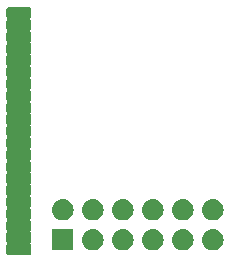
<source format=gbr>
G04 #@! TF.GenerationSoftware,KiCad,Pcbnew,5.1.2+dfsg1-1*
G04 #@! TF.CreationDate,2019-07-11T20:13:02+09:00*
G04 #@! TF.ProjectId,slice_sdusbios,736c6963-655f-4736-9475-7362696f732e,rev?*
G04 #@! TF.SameCoordinates,Original*
G04 #@! TF.FileFunction,Soldermask,Bot*
G04 #@! TF.FilePolarity,Negative*
%FSLAX46Y46*%
G04 Gerber Fmt 4.6, Leading zero omitted, Abs format (unit mm)*
G04 Created by KiCad (PCBNEW 5.1.2+dfsg1-1) date 2019-07-11 20:13:02*
%MOMM*%
%LPD*%
G04 APERTURE LIST*
%ADD10C,0.150000*%
G04 APERTURE END LIST*
D10*
G36*
X145579618Y-84027965D02*
G01*
X145612433Y-84037919D01*
X145642665Y-84054079D01*
X145669170Y-84075830D01*
X145690921Y-84102335D01*
X145707081Y-84132567D01*
X145717035Y-84165382D01*
X145721000Y-84205640D01*
X145721000Y-84794360D01*
X145717035Y-84834618D01*
X145707081Y-84867433D01*
X145690921Y-84897665D01*
X145672016Y-84920701D01*
X145658402Y-84941075D01*
X145649025Y-84963714D01*
X145644244Y-84987747D01*
X145644244Y-85012251D01*
X145649024Y-85036285D01*
X145658401Y-85058924D01*
X145672016Y-85079299D01*
X145690921Y-85102335D01*
X145707081Y-85132567D01*
X145717035Y-85165382D01*
X145721000Y-85205640D01*
X145721000Y-85794360D01*
X145717035Y-85834618D01*
X145707081Y-85867433D01*
X145690921Y-85897665D01*
X145672016Y-85920701D01*
X145658402Y-85941075D01*
X145649025Y-85963714D01*
X145644244Y-85987747D01*
X145644244Y-86012251D01*
X145649024Y-86036285D01*
X145658401Y-86058924D01*
X145672016Y-86079299D01*
X145690921Y-86102335D01*
X145707081Y-86132567D01*
X145717035Y-86165382D01*
X145721000Y-86205640D01*
X145721000Y-86794360D01*
X145717035Y-86834618D01*
X145707081Y-86867433D01*
X145690921Y-86897665D01*
X145672016Y-86920701D01*
X145658402Y-86941075D01*
X145649025Y-86963714D01*
X145644244Y-86987747D01*
X145644244Y-87012251D01*
X145649024Y-87036285D01*
X145658401Y-87058924D01*
X145672016Y-87079299D01*
X145690921Y-87102335D01*
X145707081Y-87132567D01*
X145717035Y-87165382D01*
X145721000Y-87205640D01*
X145721000Y-87794360D01*
X145717035Y-87834618D01*
X145707081Y-87867433D01*
X145690921Y-87897665D01*
X145672016Y-87920701D01*
X145658402Y-87941075D01*
X145649025Y-87963714D01*
X145644244Y-87987747D01*
X145644244Y-88012251D01*
X145649024Y-88036285D01*
X145658401Y-88058924D01*
X145672016Y-88079299D01*
X145690921Y-88102335D01*
X145707081Y-88132567D01*
X145717035Y-88165382D01*
X145721000Y-88205640D01*
X145721000Y-88794360D01*
X145717035Y-88834618D01*
X145707081Y-88867433D01*
X145690921Y-88897665D01*
X145672016Y-88920701D01*
X145658402Y-88941075D01*
X145649025Y-88963714D01*
X145644244Y-88987747D01*
X145644244Y-89012251D01*
X145649024Y-89036285D01*
X145658401Y-89058924D01*
X145672016Y-89079299D01*
X145690921Y-89102335D01*
X145707081Y-89132567D01*
X145717035Y-89165382D01*
X145721000Y-89205640D01*
X145721000Y-89794360D01*
X145717035Y-89834618D01*
X145707081Y-89867433D01*
X145690921Y-89897665D01*
X145672016Y-89920701D01*
X145658402Y-89941075D01*
X145649025Y-89963714D01*
X145644244Y-89987747D01*
X145644244Y-90012251D01*
X145649024Y-90036285D01*
X145658401Y-90058924D01*
X145672016Y-90079299D01*
X145690921Y-90102335D01*
X145707081Y-90132567D01*
X145717035Y-90165382D01*
X145721000Y-90205640D01*
X145721000Y-90794360D01*
X145717035Y-90834618D01*
X145707081Y-90867433D01*
X145690921Y-90897665D01*
X145672016Y-90920701D01*
X145658402Y-90941075D01*
X145649025Y-90963714D01*
X145644244Y-90987747D01*
X145644244Y-91012251D01*
X145649024Y-91036285D01*
X145658401Y-91058924D01*
X145672016Y-91079299D01*
X145690921Y-91102335D01*
X145707081Y-91132567D01*
X145717035Y-91165382D01*
X145721000Y-91205640D01*
X145721000Y-91794360D01*
X145717035Y-91834618D01*
X145707081Y-91867433D01*
X145690921Y-91897665D01*
X145672016Y-91920701D01*
X145658402Y-91941075D01*
X145649025Y-91963714D01*
X145644244Y-91987747D01*
X145644244Y-92012251D01*
X145649024Y-92036285D01*
X145658401Y-92058924D01*
X145672016Y-92079299D01*
X145690921Y-92102335D01*
X145707081Y-92132567D01*
X145717035Y-92165382D01*
X145721000Y-92205640D01*
X145721000Y-92794360D01*
X145717035Y-92834618D01*
X145707081Y-92867433D01*
X145690921Y-92897665D01*
X145672016Y-92920701D01*
X145658402Y-92941075D01*
X145649025Y-92963714D01*
X145644244Y-92987747D01*
X145644244Y-93012251D01*
X145649024Y-93036285D01*
X145658401Y-93058924D01*
X145672016Y-93079299D01*
X145690921Y-93102335D01*
X145707081Y-93132567D01*
X145717035Y-93165382D01*
X145721000Y-93205640D01*
X145721000Y-93794360D01*
X145717035Y-93834618D01*
X145707081Y-93867433D01*
X145690921Y-93897665D01*
X145672016Y-93920701D01*
X145658402Y-93941075D01*
X145649025Y-93963714D01*
X145644244Y-93987747D01*
X145644244Y-94012251D01*
X145649024Y-94036285D01*
X145658401Y-94058924D01*
X145672016Y-94079299D01*
X145690921Y-94102335D01*
X145707081Y-94132567D01*
X145717035Y-94165382D01*
X145721000Y-94205640D01*
X145721000Y-94794360D01*
X145717035Y-94834618D01*
X145707081Y-94867433D01*
X145690921Y-94897665D01*
X145672016Y-94920701D01*
X145658402Y-94941075D01*
X145649025Y-94963714D01*
X145644244Y-94987747D01*
X145644244Y-95012251D01*
X145649024Y-95036285D01*
X145658401Y-95058924D01*
X145672016Y-95079299D01*
X145690921Y-95102335D01*
X145707081Y-95132567D01*
X145717035Y-95165382D01*
X145721000Y-95205640D01*
X145721000Y-95794360D01*
X145717035Y-95834618D01*
X145707081Y-95867433D01*
X145690921Y-95897665D01*
X145672016Y-95920701D01*
X145658402Y-95941075D01*
X145649025Y-95963714D01*
X145644244Y-95987747D01*
X145644244Y-96012251D01*
X145649024Y-96036285D01*
X145658401Y-96058924D01*
X145672016Y-96079299D01*
X145690921Y-96102335D01*
X145707081Y-96132567D01*
X145717035Y-96165382D01*
X145721000Y-96205640D01*
X145721000Y-96794360D01*
X145717035Y-96834618D01*
X145707081Y-96867433D01*
X145690921Y-96897665D01*
X145672016Y-96920701D01*
X145658402Y-96941075D01*
X145649025Y-96963714D01*
X145644244Y-96987747D01*
X145644244Y-97012251D01*
X145649024Y-97036285D01*
X145658401Y-97058924D01*
X145672016Y-97079299D01*
X145690921Y-97102335D01*
X145707081Y-97132567D01*
X145717035Y-97165382D01*
X145721000Y-97205640D01*
X145721000Y-97794360D01*
X145717035Y-97834618D01*
X145707081Y-97867433D01*
X145690921Y-97897665D01*
X145672016Y-97920701D01*
X145658402Y-97941075D01*
X145649025Y-97963714D01*
X145644244Y-97987747D01*
X145644244Y-98012251D01*
X145649024Y-98036285D01*
X145658401Y-98058924D01*
X145672016Y-98079299D01*
X145690921Y-98102335D01*
X145707081Y-98132567D01*
X145717035Y-98165382D01*
X145721000Y-98205640D01*
X145721000Y-98794360D01*
X145717035Y-98834618D01*
X145707081Y-98867433D01*
X145690921Y-98897665D01*
X145672016Y-98920701D01*
X145658402Y-98941075D01*
X145649025Y-98963714D01*
X145644244Y-98987747D01*
X145644244Y-99012251D01*
X145649024Y-99036285D01*
X145658401Y-99058924D01*
X145672016Y-99079299D01*
X145690921Y-99102335D01*
X145707081Y-99132567D01*
X145717035Y-99165382D01*
X145721000Y-99205640D01*
X145721000Y-99794360D01*
X145717035Y-99834618D01*
X145707081Y-99867433D01*
X145690921Y-99897665D01*
X145672016Y-99920701D01*
X145658402Y-99941075D01*
X145649025Y-99963714D01*
X145644244Y-99987747D01*
X145644244Y-100012251D01*
X145649024Y-100036285D01*
X145658401Y-100058924D01*
X145672016Y-100079299D01*
X145690921Y-100102335D01*
X145707081Y-100132567D01*
X145717035Y-100165382D01*
X145721000Y-100205640D01*
X145721000Y-100794360D01*
X145717035Y-100834618D01*
X145707081Y-100867433D01*
X145690921Y-100897665D01*
X145672016Y-100920701D01*
X145658402Y-100941075D01*
X145649025Y-100963714D01*
X145644244Y-100987747D01*
X145644244Y-101012251D01*
X145649024Y-101036285D01*
X145658401Y-101058924D01*
X145672016Y-101079299D01*
X145690921Y-101102335D01*
X145707081Y-101132567D01*
X145717035Y-101165382D01*
X145721000Y-101205640D01*
X145721000Y-101794360D01*
X145717035Y-101834618D01*
X145707081Y-101867433D01*
X145690921Y-101897665D01*
X145672016Y-101920701D01*
X145658402Y-101941075D01*
X145649025Y-101963714D01*
X145644244Y-101987747D01*
X145644244Y-102012251D01*
X145649024Y-102036285D01*
X145658401Y-102058924D01*
X145672016Y-102079299D01*
X145690921Y-102102335D01*
X145707081Y-102132567D01*
X145717035Y-102165382D01*
X145721000Y-102205640D01*
X145721000Y-102794360D01*
X145717035Y-102834618D01*
X145707081Y-102867433D01*
X145690921Y-102897665D01*
X145672016Y-102920701D01*
X145658402Y-102941075D01*
X145649025Y-102963714D01*
X145644244Y-102987747D01*
X145644244Y-103012251D01*
X145649024Y-103036285D01*
X145658401Y-103058924D01*
X145672016Y-103079299D01*
X145690921Y-103102335D01*
X145707081Y-103132567D01*
X145717035Y-103165382D01*
X145721000Y-103205640D01*
X145721000Y-103794360D01*
X145717035Y-103834618D01*
X145707081Y-103867433D01*
X145690921Y-103897665D01*
X145672016Y-103920701D01*
X145658402Y-103941075D01*
X145649025Y-103963714D01*
X145644244Y-103987747D01*
X145644244Y-104012251D01*
X145649024Y-104036285D01*
X145658401Y-104058924D01*
X145672016Y-104079299D01*
X145690921Y-104102335D01*
X145707081Y-104132567D01*
X145717035Y-104165382D01*
X145721000Y-104205640D01*
X145721000Y-104794360D01*
X145717035Y-104834618D01*
X145707081Y-104867433D01*
X145690921Y-104897665D01*
X145669170Y-104924170D01*
X145642665Y-104945921D01*
X145612433Y-104962081D01*
X145579618Y-104972035D01*
X145539360Y-104976000D01*
X143800640Y-104976000D01*
X143760382Y-104972035D01*
X143727567Y-104962081D01*
X143697335Y-104945921D01*
X143670830Y-104924170D01*
X143649079Y-104897665D01*
X143632919Y-104867433D01*
X143622965Y-104834618D01*
X143619000Y-104794360D01*
X143619000Y-104205640D01*
X143622965Y-104165382D01*
X143632919Y-104132567D01*
X143649079Y-104102335D01*
X143667984Y-104079299D01*
X143681598Y-104058925D01*
X143690975Y-104036286D01*
X143695756Y-104012253D01*
X143695756Y-103987749D01*
X143690976Y-103963715D01*
X143681599Y-103941076D01*
X143667984Y-103920701D01*
X143649079Y-103897665D01*
X143632919Y-103867433D01*
X143622965Y-103834618D01*
X143619000Y-103794360D01*
X143619000Y-103205640D01*
X143622965Y-103165382D01*
X143632919Y-103132567D01*
X143649079Y-103102335D01*
X143667984Y-103079299D01*
X143681598Y-103058925D01*
X143690975Y-103036286D01*
X143695756Y-103012253D01*
X143695756Y-102987749D01*
X143690976Y-102963715D01*
X143681599Y-102941076D01*
X143667984Y-102920701D01*
X143649079Y-102897665D01*
X143632919Y-102867433D01*
X143622965Y-102834618D01*
X143619000Y-102794360D01*
X143619000Y-102205640D01*
X143622965Y-102165382D01*
X143632919Y-102132567D01*
X143649079Y-102102335D01*
X143667984Y-102079299D01*
X143681598Y-102058925D01*
X143690975Y-102036286D01*
X143695756Y-102012253D01*
X143695756Y-101987749D01*
X143690976Y-101963715D01*
X143681599Y-101941076D01*
X143667984Y-101920701D01*
X143649079Y-101897665D01*
X143632919Y-101867433D01*
X143622965Y-101834618D01*
X143619000Y-101794360D01*
X143619000Y-101205640D01*
X143622965Y-101165382D01*
X143632919Y-101132567D01*
X143649079Y-101102335D01*
X143667984Y-101079299D01*
X143681598Y-101058925D01*
X143690975Y-101036286D01*
X143695756Y-101012253D01*
X143695756Y-100987749D01*
X143690976Y-100963715D01*
X143681599Y-100941076D01*
X143667984Y-100920701D01*
X143649079Y-100897665D01*
X143632919Y-100867433D01*
X143622965Y-100834618D01*
X143619000Y-100794360D01*
X143619000Y-100205640D01*
X143622965Y-100165382D01*
X143632919Y-100132567D01*
X143649079Y-100102335D01*
X143667984Y-100079299D01*
X143681598Y-100058925D01*
X143690975Y-100036286D01*
X143695756Y-100012253D01*
X143695756Y-99987749D01*
X143690976Y-99963715D01*
X143681599Y-99941076D01*
X143667984Y-99920701D01*
X143649079Y-99897665D01*
X143632919Y-99867433D01*
X143622965Y-99834618D01*
X143619000Y-99794360D01*
X143619000Y-99205640D01*
X143622965Y-99165382D01*
X143632919Y-99132567D01*
X143649079Y-99102335D01*
X143667984Y-99079299D01*
X143681598Y-99058925D01*
X143690975Y-99036286D01*
X143695756Y-99012253D01*
X143695756Y-98987749D01*
X143690976Y-98963715D01*
X143681599Y-98941076D01*
X143667984Y-98920701D01*
X143649079Y-98897665D01*
X143632919Y-98867433D01*
X143622965Y-98834618D01*
X143619000Y-98794360D01*
X143619000Y-98205640D01*
X143622965Y-98165382D01*
X143632919Y-98132567D01*
X143649079Y-98102335D01*
X143667984Y-98079299D01*
X143681598Y-98058925D01*
X143690975Y-98036286D01*
X143695756Y-98012253D01*
X143695756Y-97987749D01*
X143690976Y-97963715D01*
X143681599Y-97941076D01*
X143667984Y-97920701D01*
X143649079Y-97897665D01*
X143632919Y-97867433D01*
X143622965Y-97834618D01*
X143619000Y-97794360D01*
X143619000Y-97205640D01*
X143622965Y-97165382D01*
X143632919Y-97132567D01*
X143649079Y-97102335D01*
X143667984Y-97079299D01*
X143681598Y-97058925D01*
X143690975Y-97036286D01*
X143695756Y-97012253D01*
X143695756Y-96987749D01*
X143690976Y-96963715D01*
X143681599Y-96941076D01*
X143667984Y-96920701D01*
X143649079Y-96897665D01*
X143632919Y-96867433D01*
X143622965Y-96834618D01*
X143619000Y-96794360D01*
X143619000Y-96205640D01*
X143622965Y-96165382D01*
X143632919Y-96132567D01*
X143649079Y-96102335D01*
X143667984Y-96079299D01*
X143681598Y-96058925D01*
X143690975Y-96036286D01*
X143695756Y-96012253D01*
X143695756Y-95987749D01*
X143690976Y-95963715D01*
X143681599Y-95941076D01*
X143667984Y-95920701D01*
X143649079Y-95897665D01*
X143632919Y-95867433D01*
X143622965Y-95834618D01*
X143619000Y-95794360D01*
X143619000Y-95205640D01*
X143622965Y-95165382D01*
X143632919Y-95132567D01*
X143649079Y-95102335D01*
X143667984Y-95079299D01*
X143681598Y-95058925D01*
X143690975Y-95036286D01*
X143695756Y-95012253D01*
X143695756Y-94987749D01*
X143690976Y-94963715D01*
X143681599Y-94941076D01*
X143667984Y-94920701D01*
X143649079Y-94897665D01*
X143632919Y-94867433D01*
X143622965Y-94834618D01*
X143619000Y-94794360D01*
X143619000Y-94205640D01*
X143622965Y-94165382D01*
X143632919Y-94132567D01*
X143649079Y-94102335D01*
X143667984Y-94079299D01*
X143681598Y-94058925D01*
X143690975Y-94036286D01*
X143695756Y-94012253D01*
X143695756Y-93987749D01*
X143690976Y-93963715D01*
X143681599Y-93941076D01*
X143667984Y-93920701D01*
X143649079Y-93897665D01*
X143632919Y-93867433D01*
X143622965Y-93834618D01*
X143619000Y-93794360D01*
X143619000Y-93205640D01*
X143622965Y-93165382D01*
X143632919Y-93132567D01*
X143649079Y-93102335D01*
X143667984Y-93079299D01*
X143681598Y-93058925D01*
X143690975Y-93036286D01*
X143695756Y-93012253D01*
X143695756Y-92987749D01*
X143690976Y-92963715D01*
X143681599Y-92941076D01*
X143667984Y-92920701D01*
X143649079Y-92897665D01*
X143632919Y-92867433D01*
X143622965Y-92834618D01*
X143619000Y-92794360D01*
X143619000Y-92205640D01*
X143622965Y-92165382D01*
X143632919Y-92132567D01*
X143649079Y-92102335D01*
X143667984Y-92079299D01*
X143681598Y-92058925D01*
X143690975Y-92036286D01*
X143695756Y-92012253D01*
X143695756Y-91987749D01*
X143690976Y-91963715D01*
X143681599Y-91941076D01*
X143667984Y-91920701D01*
X143649079Y-91897665D01*
X143632919Y-91867433D01*
X143622965Y-91834618D01*
X143619000Y-91794360D01*
X143619000Y-91205640D01*
X143622965Y-91165382D01*
X143632919Y-91132567D01*
X143649079Y-91102335D01*
X143667984Y-91079299D01*
X143681598Y-91058925D01*
X143690975Y-91036286D01*
X143695756Y-91012253D01*
X143695756Y-90987749D01*
X143690976Y-90963715D01*
X143681599Y-90941076D01*
X143667984Y-90920701D01*
X143649079Y-90897665D01*
X143632919Y-90867433D01*
X143622965Y-90834618D01*
X143619000Y-90794360D01*
X143619000Y-90205640D01*
X143622965Y-90165382D01*
X143632919Y-90132567D01*
X143649079Y-90102335D01*
X143667984Y-90079299D01*
X143681598Y-90058925D01*
X143690975Y-90036286D01*
X143695756Y-90012253D01*
X143695756Y-89987749D01*
X143690976Y-89963715D01*
X143681599Y-89941076D01*
X143667984Y-89920701D01*
X143649079Y-89897665D01*
X143632919Y-89867433D01*
X143622965Y-89834618D01*
X143619000Y-89794360D01*
X143619000Y-89205640D01*
X143622965Y-89165382D01*
X143632919Y-89132567D01*
X143649079Y-89102335D01*
X143667984Y-89079299D01*
X143681598Y-89058925D01*
X143690975Y-89036286D01*
X143695756Y-89012253D01*
X143695756Y-88987749D01*
X143690976Y-88963715D01*
X143681599Y-88941076D01*
X143667984Y-88920701D01*
X143649079Y-88897665D01*
X143632919Y-88867433D01*
X143622965Y-88834618D01*
X143619000Y-88794360D01*
X143619000Y-88205640D01*
X143622965Y-88165382D01*
X143632919Y-88132567D01*
X143649079Y-88102335D01*
X143667984Y-88079299D01*
X143681598Y-88058925D01*
X143690975Y-88036286D01*
X143695756Y-88012253D01*
X143695756Y-87987749D01*
X143690976Y-87963715D01*
X143681599Y-87941076D01*
X143667984Y-87920701D01*
X143649079Y-87897665D01*
X143632919Y-87867433D01*
X143622965Y-87834618D01*
X143619000Y-87794360D01*
X143619000Y-87205640D01*
X143622965Y-87165382D01*
X143632919Y-87132567D01*
X143649079Y-87102335D01*
X143667984Y-87079299D01*
X143681598Y-87058925D01*
X143690975Y-87036286D01*
X143695756Y-87012253D01*
X143695756Y-86987749D01*
X143690976Y-86963715D01*
X143681599Y-86941076D01*
X143667984Y-86920701D01*
X143649079Y-86897665D01*
X143632919Y-86867433D01*
X143622965Y-86834618D01*
X143619000Y-86794360D01*
X143619000Y-86205640D01*
X143622965Y-86165382D01*
X143632919Y-86132567D01*
X143649079Y-86102335D01*
X143667984Y-86079299D01*
X143681598Y-86058925D01*
X143690975Y-86036286D01*
X143695756Y-86012253D01*
X143695756Y-85987749D01*
X143690976Y-85963715D01*
X143681599Y-85941076D01*
X143667984Y-85920701D01*
X143649079Y-85897665D01*
X143632919Y-85867433D01*
X143622965Y-85834618D01*
X143619000Y-85794360D01*
X143619000Y-85205640D01*
X143622965Y-85165382D01*
X143632919Y-85132567D01*
X143649079Y-85102335D01*
X143667984Y-85079299D01*
X143681598Y-85058925D01*
X143690975Y-85036286D01*
X143695756Y-85012253D01*
X143695756Y-84987749D01*
X143690976Y-84963715D01*
X143681599Y-84941076D01*
X143667984Y-84920701D01*
X143649079Y-84897665D01*
X143632919Y-84867433D01*
X143622965Y-84834618D01*
X143619000Y-84794360D01*
X143619000Y-84205640D01*
X143622965Y-84165382D01*
X143632919Y-84132567D01*
X143649079Y-84102335D01*
X143670830Y-84075830D01*
X143697335Y-84054079D01*
X143727567Y-84037919D01*
X143760382Y-84027965D01*
X143800640Y-84024000D01*
X145539360Y-84024000D01*
X145579618Y-84027965D01*
X145579618Y-84027965D01*
G37*
G36*
X161210442Y-102805518D02*
G01*
X161276627Y-102812037D01*
X161446466Y-102863557D01*
X161446468Y-102863558D01*
X161458943Y-102870226D01*
X161602991Y-102947222D01*
X161632485Y-102971427D01*
X161740186Y-103059814D01*
X161823448Y-103161271D01*
X161852778Y-103197009D01*
X161936443Y-103353534D01*
X161987963Y-103523373D01*
X162005359Y-103700000D01*
X161987963Y-103876627D01*
X161939531Y-104036285D01*
X161936442Y-104046468D01*
X161927012Y-104064110D01*
X161852778Y-104202991D01*
X161842455Y-104215569D01*
X161740186Y-104340186D01*
X161638729Y-104423448D01*
X161602991Y-104452778D01*
X161446466Y-104536443D01*
X161276627Y-104587963D01*
X161210443Y-104594481D01*
X161144260Y-104601000D01*
X161055740Y-104601000D01*
X160989557Y-104594481D01*
X160923373Y-104587963D01*
X160753534Y-104536443D01*
X160597009Y-104452778D01*
X160561271Y-104423448D01*
X160459814Y-104340186D01*
X160357545Y-104215569D01*
X160347222Y-104202991D01*
X160272988Y-104064110D01*
X160263558Y-104046468D01*
X160260469Y-104036285D01*
X160212037Y-103876627D01*
X160194641Y-103700000D01*
X160212037Y-103523373D01*
X160263557Y-103353534D01*
X160347222Y-103197009D01*
X160376552Y-103161271D01*
X160459814Y-103059814D01*
X160567515Y-102971427D01*
X160597009Y-102947222D01*
X160741057Y-102870226D01*
X160753532Y-102863558D01*
X160753534Y-102863557D01*
X160923373Y-102812037D01*
X160989557Y-102805519D01*
X161055740Y-102799000D01*
X161144260Y-102799000D01*
X161210442Y-102805518D01*
X161210442Y-102805518D01*
G37*
G36*
X149301000Y-104601000D02*
G01*
X147499000Y-104601000D01*
X147499000Y-102799000D01*
X149301000Y-102799000D01*
X149301000Y-104601000D01*
X149301000Y-104601000D01*
G37*
G36*
X151050442Y-102805518D02*
G01*
X151116627Y-102812037D01*
X151286466Y-102863557D01*
X151286468Y-102863558D01*
X151298943Y-102870226D01*
X151442991Y-102947222D01*
X151472485Y-102971427D01*
X151580186Y-103059814D01*
X151663448Y-103161271D01*
X151692778Y-103197009D01*
X151776443Y-103353534D01*
X151827963Y-103523373D01*
X151845359Y-103700000D01*
X151827963Y-103876627D01*
X151779531Y-104036285D01*
X151776442Y-104046468D01*
X151767012Y-104064110D01*
X151692778Y-104202991D01*
X151682455Y-104215569D01*
X151580186Y-104340186D01*
X151478729Y-104423448D01*
X151442991Y-104452778D01*
X151286466Y-104536443D01*
X151116627Y-104587963D01*
X151050443Y-104594481D01*
X150984260Y-104601000D01*
X150895740Y-104601000D01*
X150829557Y-104594481D01*
X150763373Y-104587963D01*
X150593534Y-104536443D01*
X150437009Y-104452778D01*
X150401271Y-104423448D01*
X150299814Y-104340186D01*
X150197545Y-104215569D01*
X150187222Y-104202991D01*
X150112988Y-104064110D01*
X150103558Y-104046468D01*
X150100469Y-104036285D01*
X150052037Y-103876627D01*
X150034641Y-103700000D01*
X150052037Y-103523373D01*
X150103557Y-103353534D01*
X150187222Y-103197009D01*
X150216552Y-103161271D01*
X150299814Y-103059814D01*
X150407515Y-102971427D01*
X150437009Y-102947222D01*
X150581057Y-102870226D01*
X150593532Y-102863558D01*
X150593534Y-102863557D01*
X150763373Y-102812037D01*
X150829557Y-102805519D01*
X150895740Y-102799000D01*
X150984260Y-102799000D01*
X151050442Y-102805518D01*
X151050442Y-102805518D01*
G37*
G36*
X153590442Y-102805518D02*
G01*
X153656627Y-102812037D01*
X153826466Y-102863557D01*
X153826468Y-102863558D01*
X153838943Y-102870226D01*
X153982991Y-102947222D01*
X154012485Y-102971427D01*
X154120186Y-103059814D01*
X154203448Y-103161271D01*
X154232778Y-103197009D01*
X154316443Y-103353534D01*
X154367963Y-103523373D01*
X154385359Y-103700000D01*
X154367963Y-103876627D01*
X154319531Y-104036285D01*
X154316442Y-104046468D01*
X154307012Y-104064110D01*
X154232778Y-104202991D01*
X154222455Y-104215569D01*
X154120186Y-104340186D01*
X154018729Y-104423448D01*
X153982991Y-104452778D01*
X153826466Y-104536443D01*
X153656627Y-104587963D01*
X153590443Y-104594481D01*
X153524260Y-104601000D01*
X153435740Y-104601000D01*
X153369557Y-104594481D01*
X153303373Y-104587963D01*
X153133534Y-104536443D01*
X152977009Y-104452778D01*
X152941271Y-104423448D01*
X152839814Y-104340186D01*
X152737545Y-104215569D01*
X152727222Y-104202991D01*
X152652988Y-104064110D01*
X152643558Y-104046468D01*
X152640469Y-104036285D01*
X152592037Y-103876627D01*
X152574641Y-103700000D01*
X152592037Y-103523373D01*
X152643557Y-103353534D01*
X152727222Y-103197009D01*
X152756552Y-103161271D01*
X152839814Y-103059814D01*
X152947515Y-102971427D01*
X152977009Y-102947222D01*
X153121057Y-102870226D01*
X153133532Y-102863558D01*
X153133534Y-102863557D01*
X153303373Y-102812037D01*
X153369557Y-102805519D01*
X153435740Y-102799000D01*
X153524260Y-102799000D01*
X153590442Y-102805518D01*
X153590442Y-102805518D01*
G37*
G36*
X156130442Y-102805518D02*
G01*
X156196627Y-102812037D01*
X156366466Y-102863557D01*
X156366468Y-102863558D01*
X156378943Y-102870226D01*
X156522991Y-102947222D01*
X156552485Y-102971427D01*
X156660186Y-103059814D01*
X156743448Y-103161271D01*
X156772778Y-103197009D01*
X156856443Y-103353534D01*
X156907963Y-103523373D01*
X156925359Y-103700000D01*
X156907963Y-103876627D01*
X156859531Y-104036285D01*
X156856442Y-104046468D01*
X156847012Y-104064110D01*
X156772778Y-104202991D01*
X156762455Y-104215569D01*
X156660186Y-104340186D01*
X156558729Y-104423448D01*
X156522991Y-104452778D01*
X156366466Y-104536443D01*
X156196627Y-104587963D01*
X156130443Y-104594481D01*
X156064260Y-104601000D01*
X155975740Y-104601000D01*
X155909557Y-104594481D01*
X155843373Y-104587963D01*
X155673534Y-104536443D01*
X155517009Y-104452778D01*
X155481271Y-104423448D01*
X155379814Y-104340186D01*
X155277545Y-104215569D01*
X155267222Y-104202991D01*
X155192988Y-104064110D01*
X155183558Y-104046468D01*
X155180469Y-104036285D01*
X155132037Y-103876627D01*
X155114641Y-103700000D01*
X155132037Y-103523373D01*
X155183557Y-103353534D01*
X155267222Y-103197009D01*
X155296552Y-103161271D01*
X155379814Y-103059814D01*
X155487515Y-102971427D01*
X155517009Y-102947222D01*
X155661057Y-102870226D01*
X155673532Y-102863558D01*
X155673534Y-102863557D01*
X155843373Y-102812037D01*
X155909557Y-102805519D01*
X155975740Y-102799000D01*
X156064260Y-102799000D01*
X156130442Y-102805518D01*
X156130442Y-102805518D01*
G37*
G36*
X158670442Y-102805518D02*
G01*
X158736627Y-102812037D01*
X158906466Y-102863557D01*
X158906468Y-102863558D01*
X158918943Y-102870226D01*
X159062991Y-102947222D01*
X159092485Y-102971427D01*
X159200186Y-103059814D01*
X159283448Y-103161271D01*
X159312778Y-103197009D01*
X159396443Y-103353534D01*
X159447963Y-103523373D01*
X159465359Y-103700000D01*
X159447963Y-103876627D01*
X159399531Y-104036285D01*
X159396442Y-104046468D01*
X159387012Y-104064110D01*
X159312778Y-104202991D01*
X159302455Y-104215569D01*
X159200186Y-104340186D01*
X159098729Y-104423448D01*
X159062991Y-104452778D01*
X158906466Y-104536443D01*
X158736627Y-104587963D01*
X158670443Y-104594481D01*
X158604260Y-104601000D01*
X158515740Y-104601000D01*
X158449557Y-104594481D01*
X158383373Y-104587963D01*
X158213534Y-104536443D01*
X158057009Y-104452778D01*
X158021271Y-104423448D01*
X157919814Y-104340186D01*
X157817545Y-104215569D01*
X157807222Y-104202991D01*
X157732988Y-104064110D01*
X157723558Y-104046468D01*
X157720469Y-104036285D01*
X157672037Y-103876627D01*
X157654641Y-103700000D01*
X157672037Y-103523373D01*
X157723557Y-103353534D01*
X157807222Y-103197009D01*
X157836552Y-103161271D01*
X157919814Y-103059814D01*
X158027515Y-102971427D01*
X158057009Y-102947222D01*
X158201057Y-102870226D01*
X158213532Y-102863558D01*
X158213534Y-102863557D01*
X158383373Y-102812037D01*
X158449557Y-102805519D01*
X158515740Y-102799000D01*
X158604260Y-102799000D01*
X158670442Y-102805518D01*
X158670442Y-102805518D01*
G37*
G36*
X153590443Y-100265519D02*
G01*
X153656627Y-100272037D01*
X153826466Y-100323557D01*
X153982991Y-100407222D01*
X154018729Y-100436552D01*
X154120186Y-100519814D01*
X154203448Y-100621271D01*
X154232778Y-100657009D01*
X154316443Y-100813534D01*
X154367963Y-100983373D01*
X154385359Y-101160000D01*
X154367963Y-101336627D01*
X154316443Y-101506466D01*
X154232778Y-101662991D01*
X154203448Y-101698729D01*
X154120186Y-101800186D01*
X154018729Y-101883448D01*
X153982991Y-101912778D01*
X153826466Y-101996443D01*
X153656627Y-102047963D01*
X153590442Y-102054482D01*
X153524260Y-102061000D01*
X153435740Y-102061000D01*
X153369558Y-102054482D01*
X153303373Y-102047963D01*
X153133534Y-101996443D01*
X152977009Y-101912778D01*
X152941271Y-101883448D01*
X152839814Y-101800186D01*
X152756552Y-101698729D01*
X152727222Y-101662991D01*
X152643557Y-101506466D01*
X152592037Y-101336627D01*
X152574641Y-101160000D01*
X152592037Y-100983373D01*
X152643557Y-100813534D01*
X152727222Y-100657009D01*
X152756552Y-100621271D01*
X152839814Y-100519814D01*
X152941271Y-100436552D01*
X152977009Y-100407222D01*
X153133534Y-100323557D01*
X153303373Y-100272037D01*
X153369558Y-100265518D01*
X153435740Y-100259000D01*
X153524260Y-100259000D01*
X153590443Y-100265519D01*
X153590443Y-100265519D01*
G37*
G36*
X148510443Y-100265519D02*
G01*
X148576627Y-100272037D01*
X148746466Y-100323557D01*
X148902991Y-100407222D01*
X148938729Y-100436552D01*
X149040186Y-100519814D01*
X149123448Y-100621271D01*
X149152778Y-100657009D01*
X149236443Y-100813534D01*
X149287963Y-100983373D01*
X149305359Y-101160000D01*
X149287963Y-101336627D01*
X149236443Y-101506466D01*
X149152778Y-101662991D01*
X149123448Y-101698729D01*
X149040186Y-101800186D01*
X148938729Y-101883448D01*
X148902991Y-101912778D01*
X148746466Y-101996443D01*
X148576627Y-102047963D01*
X148510442Y-102054482D01*
X148444260Y-102061000D01*
X148355740Y-102061000D01*
X148289558Y-102054482D01*
X148223373Y-102047963D01*
X148053534Y-101996443D01*
X147897009Y-101912778D01*
X147861271Y-101883448D01*
X147759814Y-101800186D01*
X147676552Y-101698729D01*
X147647222Y-101662991D01*
X147563557Y-101506466D01*
X147512037Y-101336627D01*
X147494641Y-101160000D01*
X147512037Y-100983373D01*
X147563557Y-100813534D01*
X147647222Y-100657009D01*
X147676552Y-100621271D01*
X147759814Y-100519814D01*
X147861271Y-100436552D01*
X147897009Y-100407222D01*
X148053534Y-100323557D01*
X148223373Y-100272037D01*
X148289558Y-100265518D01*
X148355740Y-100259000D01*
X148444260Y-100259000D01*
X148510443Y-100265519D01*
X148510443Y-100265519D01*
G37*
G36*
X151050443Y-100265519D02*
G01*
X151116627Y-100272037D01*
X151286466Y-100323557D01*
X151442991Y-100407222D01*
X151478729Y-100436552D01*
X151580186Y-100519814D01*
X151663448Y-100621271D01*
X151692778Y-100657009D01*
X151776443Y-100813534D01*
X151827963Y-100983373D01*
X151845359Y-101160000D01*
X151827963Y-101336627D01*
X151776443Y-101506466D01*
X151692778Y-101662991D01*
X151663448Y-101698729D01*
X151580186Y-101800186D01*
X151478729Y-101883448D01*
X151442991Y-101912778D01*
X151286466Y-101996443D01*
X151116627Y-102047963D01*
X151050442Y-102054482D01*
X150984260Y-102061000D01*
X150895740Y-102061000D01*
X150829558Y-102054482D01*
X150763373Y-102047963D01*
X150593534Y-101996443D01*
X150437009Y-101912778D01*
X150401271Y-101883448D01*
X150299814Y-101800186D01*
X150216552Y-101698729D01*
X150187222Y-101662991D01*
X150103557Y-101506466D01*
X150052037Y-101336627D01*
X150034641Y-101160000D01*
X150052037Y-100983373D01*
X150103557Y-100813534D01*
X150187222Y-100657009D01*
X150216552Y-100621271D01*
X150299814Y-100519814D01*
X150401271Y-100436552D01*
X150437009Y-100407222D01*
X150593534Y-100323557D01*
X150763373Y-100272037D01*
X150829558Y-100265518D01*
X150895740Y-100259000D01*
X150984260Y-100259000D01*
X151050443Y-100265519D01*
X151050443Y-100265519D01*
G37*
G36*
X156130443Y-100265519D02*
G01*
X156196627Y-100272037D01*
X156366466Y-100323557D01*
X156522991Y-100407222D01*
X156558729Y-100436552D01*
X156660186Y-100519814D01*
X156743448Y-100621271D01*
X156772778Y-100657009D01*
X156856443Y-100813534D01*
X156907963Y-100983373D01*
X156925359Y-101160000D01*
X156907963Y-101336627D01*
X156856443Y-101506466D01*
X156772778Y-101662991D01*
X156743448Y-101698729D01*
X156660186Y-101800186D01*
X156558729Y-101883448D01*
X156522991Y-101912778D01*
X156366466Y-101996443D01*
X156196627Y-102047963D01*
X156130442Y-102054482D01*
X156064260Y-102061000D01*
X155975740Y-102061000D01*
X155909558Y-102054482D01*
X155843373Y-102047963D01*
X155673534Y-101996443D01*
X155517009Y-101912778D01*
X155481271Y-101883448D01*
X155379814Y-101800186D01*
X155296552Y-101698729D01*
X155267222Y-101662991D01*
X155183557Y-101506466D01*
X155132037Y-101336627D01*
X155114641Y-101160000D01*
X155132037Y-100983373D01*
X155183557Y-100813534D01*
X155267222Y-100657009D01*
X155296552Y-100621271D01*
X155379814Y-100519814D01*
X155481271Y-100436552D01*
X155517009Y-100407222D01*
X155673534Y-100323557D01*
X155843373Y-100272037D01*
X155909558Y-100265518D01*
X155975740Y-100259000D01*
X156064260Y-100259000D01*
X156130443Y-100265519D01*
X156130443Y-100265519D01*
G37*
G36*
X158670443Y-100265519D02*
G01*
X158736627Y-100272037D01*
X158906466Y-100323557D01*
X159062991Y-100407222D01*
X159098729Y-100436552D01*
X159200186Y-100519814D01*
X159283448Y-100621271D01*
X159312778Y-100657009D01*
X159396443Y-100813534D01*
X159447963Y-100983373D01*
X159465359Y-101160000D01*
X159447963Y-101336627D01*
X159396443Y-101506466D01*
X159312778Y-101662991D01*
X159283448Y-101698729D01*
X159200186Y-101800186D01*
X159098729Y-101883448D01*
X159062991Y-101912778D01*
X158906466Y-101996443D01*
X158736627Y-102047963D01*
X158670442Y-102054482D01*
X158604260Y-102061000D01*
X158515740Y-102061000D01*
X158449558Y-102054482D01*
X158383373Y-102047963D01*
X158213534Y-101996443D01*
X158057009Y-101912778D01*
X158021271Y-101883448D01*
X157919814Y-101800186D01*
X157836552Y-101698729D01*
X157807222Y-101662991D01*
X157723557Y-101506466D01*
X157672037Y-101336627D01*
X157654641Y-101160000D01*
X157672037Y-100983373D01*
X157723557Y-100813534D01*
X157807222Y-100657009D01*
X157836552Y-100621271D01*
X157919814Y-100519814D01*
X158021271Y-100436552D01*
X158057009Y-100407222D01*
X158213534Y-100323557D01*
X158383373Y-100272037D01*
X158449558Y-100265518D01*
X158515740Y-100259000D01*
X158604260Y-100259000D01*
X158670443Y-100265519D01*
X158670443Y-100265519D01*
G37*
G36*
X161210443Y-100265519D02*
G01*
X161276627Y-100272037D01*
X161446466Y-100323557D01*
X161602991Y-100407222D01*
X161638729Y-100436552D01*
X161740186Y-100519814D01*
X161823448Y-100621271D01*
X161852778Y-100657009D01*
X161936443Y-100813534D01*
X161987963Y-100983373D01*
X162005359Y-101160000D01*
X161987963Y-101336627D01*
X161936443Y-101506466D01*
X161852778Y-101662991D01*
X161823448Y-101698729D01*
X161740186Y-101800186D01*
X161638729Y-101883448D01*
X161602991Y-101912778D01*
X161446466Y-101996443D01*
X161276627Y-102047963D01*
X161210442Y-102054482D01*
X161144260Y-102061000D01*
X161055740Y-102061000D01*
X160989558Y-102054482D01*
X160923373Y-102047963D01*
X160753534Y-101996443D01*
X160597009Y-101912778D01*
X160561271Y-101883448D01*
X160459814Y-101800186D01*
X160376552Y-101698729D01*
X160347222Y-101662991D01*
X160263557Y-101506466D01*
X160212037Y-101336627D01*
X160194641Y-101160000D01*
X160212037Y-100983373D01*
X160263557Y-100813534D01*
X160347222Y-100657009D01*
X160376552Y-100621271D01*
X160459814Y-100519814D01*
X160561271Y-100436552D01*
X160597009Y-100407222D01*
X160753534Y-100323557D01*
X160923373Y-100272037D01*
X160989558Y-100265518D01*
X161055740Y-100259000D01*
X161144260Y-100259000D01*
X161210443Y-100265519D01*
X161210443Y-100265519D01*
G37*
M02*

</source>
